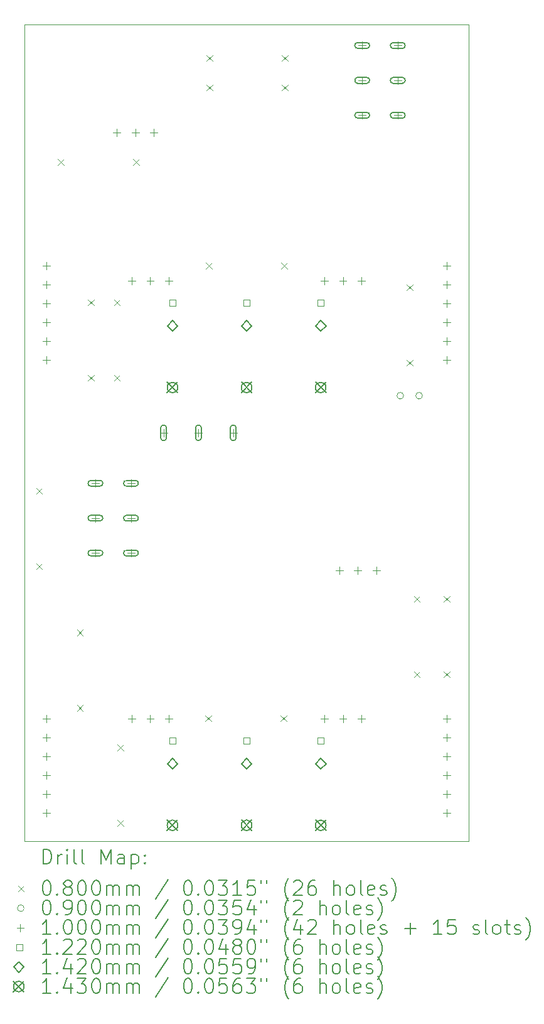
<source format=gbr>
%FSLAX45Y45*%
G04 Gerber Fmt 4.5, Leading zero omitted, Abs format (unit mm)*
G04 Created by KiCad (PCBNEW (6.0.0)) date 2022-02-07 20:54:33*
%MOMM*%
%LPD*%
G01*
G04 APERTURE LIST*
%TA.AperFunction,Profile*%
%ADD10C,0.050000*%
%TD*%
%ADD11C,0.200000*%
%ADD12C,0.080000*%
%ADD13C,0.090000*%
%ADD14C,0.100000*%
%ADD15C,0.122000*%
%ADD16C,0.142000*%
%ADD17C,0.143000*%
G04 APERTURE END LIST*
D10*
X9500000Y-3650000D02*
X15500000Y-3650000D01*
X15500000Y-3650000D02*
X15500000Y-14650000D01*
X9500000Y-3650000D02*
X9500000Y-14650000D01*
X9500000Y-14650000D02*
X15500000Y-14650000D01*
D11*
D12*
X9660000Y-9894000D02*
X9740000Y-9974000D01*
X9740000Y-9894000D02*
X9660000Y-9974000D01*
X9660000Y-10910000D02*
X9740000Y-10990000D01*
X9740000Y-10910000D02*
X9660000Y-10990000D01*
X9952000Y-5460000D02*
X10032000Y-5540000D01*
X10032000Y-5460000D02*
X9952000Y-5540000D01*
X10210000Y-11802000D02*
X10290000Y-11882000D01*
X10290000Y-11802000D02*
X10210000Y-11882000D01*
X10210000Y-12818000D02*
X10290000Y-12898000D01*
X10290000Y-12818000D02*
X10210000Y-12898000D01*
X10360000Y-7352000D02*
X10440000Y-7432000D01*
X10440000Y-7352000D02*
X10360000Y-7432000D01*
X10360000Y-8368000D02*
X10440000Y-8448000D01*
X10440000Y-8368000D02*
X10360000Y-8448000D01*
X10710000Y-7352000D02*
X10790000Y-7432000D01*
X10790000Y-7352000D02*
X10710000Y-7432000D01*
X10710000Y-8368000D02*
X10790000Y-8448000D01*
X10790000Y-8368000D02*
X10710000Y-8448000D01*
X10760000Y-13352000D02*
X10840000Y-13432000D01*
X10840000Y-13352000D02*
X10760000Y-13432000D01*
X10760000Y-14368000D02*
X10840000Y-14448000D01*
X10840000Y-14368000D02*
X10760000Y-14448000D01*
X10968000Y-5460000D02*
X11048000Y-5540000D01*
X11048000Y-5460000D02*
X10968000Y-5540000D01*
X11944000Y-12960000D02*
X12024000Y-13040000D01*
X12024000Y-12960000D02*
X11944000Y-13040000D01*
X11952000Y-6860000D02*
X12032000Y-6940000D01*
X12032000Y-6860000D02*
X11952000Y-6940000D01*
X11960000Y-4060000D02*
X12040000Y-4140000D01*
X12040000Y-4060000D02*
X11960000Y-4140000D01*
X11960000Y-4460000D02*
X12040000Y-4540000D01*
X12040000Y-4460000D02*
X11960000Y-4540000D01*
X12960000Y-12960000D02*
X13040000Y-13040000D01*
X13040000Y-12960000D02*
X12960000Y-13040000D01*
X12968000Y-6860000D02*
X13048000Y-6940000D01*
X13048000Y-6860000D02*
X12968000Y-6940000D01*
X12976000Y-4060000D02*
X13056000Y-4140000D01*
X13056000Y-4060000D02*
X12976000Y-4140000D01*
X12976000Y-4460000D02*
X13056000Y-4540000D01*
X13056000Y-4460000D02*
X12976000Y-4540000D01*
X14660000Y-7152000D02*
X14740000Y-7232000D01*
X14740000Y-7152000D02*
X14660000Y-7232000D01*
X14660000Y-8168000D02*
X14740000Y-8248000D01*
X14740000Y-8168000D02*
X14660000Y-8248000D01*
X14760000Y-11352000D02*
X14840000Y-11432000D01*
X14840000Y-11352000D02*
X14760000Y-11432000D01*
X14760000Y-12368000D02*
X14840000Y-12448000D01*
X14840000Y-12368000D02*
X14760000Y-12448000D01*
X15160000Y-11352000D02*
X15240000Y-11432000D01*
X15240000Y-11352000D02*
X15160000Y-11432000D01*
X15160000Y-12368000D02*
X15240000Y-12448000D01*
X15240000Y-12368000D02*
X15160000Y-12448000D01*
D13*
X14618500Y-8650000D02*
G75*
G03*
X14618500Y-8650000I-45000J0D01*
G01*
X14872500Y-8650000D02*
G75*
G03*
X14872500Y-8650000I-45000J0D01*
G01*
D14*
X9800000Y-6850000D02*
X9800000Y-6950000D01*
X9750000Y-6900000D02*
X9850000Y-6900000D01*
X9800000Y-7104000D02*
X9800000Y-7204000D01*
X9750000Y-7154000D02*
X9850000Y-7154000D01*
X9800000Y-7358000D02*
X9800000Y-7458000D01*
X9750000Y-7408000D02*
X9850000Y-7408000D01*
X9800000Y-7612000D02*
X9800000Y-7712000D01*
X9750000Y-7662000D02*
X9850000Y-7662000D01*
X9800000Y-7866000D02*
X9800000Y-7966000D01*
X9750000Y-7916000D02*
X9850000Y-7916000D01*
X9800000Y-8120000D02*
X9800000Y-8220000D01*
X9750000Y-8170000D02*
X9850000Y-8170000D01*
X9800000Y-12950000D02*
X9800000Y-13050000D01*
X9750000Y-13000000D02*
X9850000Y-13000000D01*
X9800000Y-13204000D02*
X9800000Y-13304000D01*
X9750000Y-13254000D02*
X9850000Y-13254000D01*
X9800000Y-13458000D02*
X9800000Y-13558000D01*
X9750000Y-13508000D02*
X9850000Y-13508000D01*
X9800000Y-13712000D02*
X9800000Y-13812000D01*
X9750000Y-13762000D02*
X9850000Y-13762000D01*
X9800000Y-13966000D02*
X9800000Y-14066000D01*
X9750000Y-14016000D02*
X9850000Y-14016000D01*
X9800000Y-14220000D02*
X9800000Y-14320000D01*
X9750000Y-14270000D02*
X9850000Y-14270000D01*
X10460000Y-9780000D02*
X10460000Y-9880000D01*
X10410000Y-9830000D02*
X10510000Y-9830000D01*
D11*
X10520000Y-9790000D02*
X10400000Y-9790000D01*
X10520000Y-9870000D02*
X10400000Y-9870000D01*
X10400000Y-9790000D02*
G75*
G03*
X10400000Y-9870000I0J-40000D01*
G01*
X10520000Y-9870000D02*
G75*
G03*
X10520000Y-9790000I0J40000D01*
G01*
D14*
X10460000Y-10250000D02*
X10460000Y-10350000D01*
X10410000Y-10300000D02*
X10510000Y-10300000D01*
D11*
X10520000Y-10260000D02*
X10400000Y-10260000D01*
X10520000Y-10340000D02*
X10400000Y-10340000D01*
X10400000Y-10260000D02*
G75*
G03*
X10400000Y-10340000I0J-40000D01*
G01*
X10520000Y-10340000D02*
G75*
G03*
X10520000Y-10260000I0J40000D01*
G01*
D14*
X10460000Y-10720000D02*
X10460000Y-10820000D01*
X10410000Y-10770000D02*
X10510000Y-10770000D01*
D11*
X10520000Y-10730000D02*
X10400000Y-10730000D01*
X10520000Y-10810000D02*
X10400000Y-10810000D01*
X10400000Y-10730000D02*
G75*
G03*
X10400000Y-10810000I0J-40000D01*
G01*
X10520000Y-10810000D02*
G75*
G03*
X10520000Y-10730000I0J40000D01*
G01*
D14*
X10750000Y-5055000D02*
X10750000Y-5155000D01*
X10700000Y-5105000D02*
X10800000Y-5105000D01*
X10940000Y-9780000D02*
X10940000Y-9880000D01*
X10890000Y-9830000D02*
X10990000Y-9830000D01*
D11*
X11000000Y-9790000D02*
X10880000Y-9790000D01*
X11000000Y-9870000D02*
X10880000Y-9870000D01*
X10880000Y-9790000D02*
G75*
G03*
X10880000Y-9870000I0J-40000D01*
G01*
X11000000Y-9870000D02*
G75*
G03*
X11000000Y-9790000I0J40000D01*
G01*
D14*
X10940000Y-10250000D02*
X10940000Y-10350000D01*
X10890000Y-10300000D02*
X10990000Y-10300000D01*
D11*
X11000000Y-10260000D02*
X10880000Y-10260000D01*
X11000000Y-10340000D02*
X10880000Y-10340000D01*
X10880000Y-10260000D02*
G75*
G03*
X10880000Y-10340000I0J-40000D01*
G01*
X11000000Y-10340000D02*
G75*
G03*
X11000000Y-10260000I0J40000D01*
G01*
D14*
X10940000Y-10720000D02*
X10940000Y-10820000D01*
X10890000Y-10770000D02*
X10990000Y-10770000D01*
D11*
X11000000Y-10730000D02*
X10880000Y-10730000D01*
X11000000Y-10810000D02*
X10880000Y-10810000D01*
X10880000Y-10730000D02*
G75*
G03*
X10880000Y-10810000I0J-40000D01*
G01*
X11000000Y-10810000D02*
G75*
G03*
X11000000Y-10730000I0J40000D01*
G01*
D14*
X10950000Y-7055000D02*
X10950000Y-7155000D01*
X10900000Y-7105000D02*
X11000000Y-7105000D01*
X10950000Y-12955000D02*
X10950000Y-13055000D01*
X10900000Y-13005000D02*
X11000000Y-13005000D01*
X11000000Y-5055000D02*
X11000000Y-5155000D01*
X10950000Y-5105000D02*
X11050000Y-5105000D01*
X11200000Y-7055000D02*
X11200000Y-7155000D01*
X11150000Y-7105000D02*
X11250000Y-7105000D01*
X11200000Y-12955000D02*
X11200000Y-13055000D01*
X11150000Y-13005000D02*
X11250000Y-13005000D01*
X11250000Y-5055000D02*
X11250000Y-5155000D01*
X11200000Y-5105000D02*
X11300000Y-5105000D01*
X11380000Y-9100000D02*
X11380000Y-9200000D01*
X11330000Y-9150000D02*
X11430000Y-9150000D01*
D11*
X11340000Y-9085000D02*
X11340000Y-9215000D01*
X11420000Y-9085000D02*
X11420000Y-9215000D01*
X11340000Y-9215000D02*
G75*
G03*
X11420000Y-9215000I40000J0D01*
G01*
X11420000Y-9085000D02*
G75*
G03*
X11340000Y-9085000I-40000J0D01*
G01*
D14*
X11450000Y-7055000D02*
X11450000Y-7155000D01*
X11400000Y-7105000D02*
X11500000Y-7105000D01*
X11450000Y-12955000D02*
X11450000Y-13055000D01*
X11400000Y-13005000D02*
X11500000Y-13005000D01*
X11850000Y-9100000D02*
X11850000Y-9200000D01*
X11800000Y-9150000D02*
X11900000Y-9150000D01*
D11*
X11810000Y-9085000D02*
X11810000Y-9215000D01*
X11890000Y-9085000D02*
X11890000Y-9215000D01*
X11810000Y-9215000D02*
G75*
G03*
X11890000Y-9215000I40000J0D01*
G01*
X11890000Y-9085000D02*
G75*
G03*
X11810000Y-9085000I-40000J0D01*
G01*
D14*
X12320000Y-9100000D02*
X12320000Y-9200000D01*
X12270000Y-9150000D02*
X12370000Y-9150000D01*
D11*
X12280000Y-9085000D02*
X12280000Y-9215000D01*
X12360000Y-9085000D02*
X12360000Y-9215000D01*
X12280000Y-9215000D02*
G75*
G03*
X12360000Y-9215000I40000J0D01*
G01*
X12360000Y-9085000D02*
G75*
G03*
X12280000Y-9085000I-40000J0D01*
G01*
D14*
X13550000Y-7055000D02*
X13550000Y-7155000D01*
X13500000Y-7105000D02*
X13600000Y-7105000D01*
X13550000Y-12955000D02*
X13550000Y-13055000D01*
X13500000Y-13005000D02*
X13600000Y-13005000D01*
X13750000Y-10955000D02*
X13750000Y-11055000D01*
X13700000Y-11005000D02*
X13800000Y-11005000D01*
X13800000Y-7055000D02*
X13800000Y-7155000D01*
X13750000Y-7105000D02*
X13850000Y-7105000D01*
X13800000Y-12955000D02*
X13800000Y-13055000D01*
X13750000Y-13005000D02*
X13850000Y-13005000D01*
X14000000Y-10955000D02*
X14000000Y-11055000D01*
X13950000Y-11005000D02*
X14050000Y-11005000D01*
X14050000Y-7055000D02*
X14050000Y-7155000D01*
X14000000Y-7105000D02*
X14100000Y-7105000D01*
X14050000Y-12955000D02*
X14050000Y-13055000D01*
X14000000Y-13005000D02*
X14100000Y-13005000D01*
X14060000Y-3880000D02*
X14060000Y-3980000D01*
X14010000Y-3930000D02*
X14110000Y-3930000D01*
D11*
X14120000Y-3890000D02*
X14000000Y-3890000D01*
X14120000Y-3970000D02*
X14000000Y-3970000D01*
X14000000Y-3890000D02*
G75*
G03*
X14000000Y-3970000I0J-40000D01*
G01*
X14120000Y-3970000D02*
G75*
G03*
X14120000Y-3890000I0J40000D01*
G01*
D14*
X14060000Y-4350000D02*
X14060000Y-4450000D01*
X14010000Y-4400000D02*
X14110000Y-4400000D01*
D11*
X14120000Y-4360000D02*
X14000000Y-4360000D01*
X14120000Y-4440000D02*
X14000000Y-4440000D01*
X14000000Y-4360000D02*
G75*
G03*
X14000000Y-4440000I0J-40000D01*
G01*
X14120000Y-4440000D02*
G75*
G03*
X14120000Y-4360000I0J40000D01*
G01*
D14*
X14060000Y-4820000D02*
X14060000Y-4920000D01*
X14010000Y-4870000D02*
X14110000Y-4870000D01*
D11*
X14120000Y-4830000D02*
X14000000Y-4830000D01*
X14120000Y-4910000D02*
X14000000Y-4910000D01*
X14000000Y-4830000D02*
G75*
G03*
X14000000Y-4910000I0J-40000D01*
G01*
X14120000Y-4910000D02*
G75*
G03*
X14120000Y-4830000I0J40000D01*
G01*
D14*
X14250000Y-10955000D02*
X14250000Y-11055000D01*
X14200000Y-11005000D02*
X14300000Y-11005000D01*
X14540000Y-3880000D02*
X14540000Y-3980000D01*
X14490000Y-3930000D02*
X14590000Y-3930000D01*
D11*
X14600000Y-3890000D02*
X14480000Y-3890000D01*
X14600000Y-3970000D02*
X14480000Y-3970000D01*
X14480000Y-3890000D02*
G75*
G03*
X14480000Y-3970000I0J-40000D01*
G01*
X14600000Y-3970000D02*
G75*
G03*
X14600000Y-3890000I0J40000D01*
G01*
D14*
X14540000Y-4350000D02*
X14540000Y-4450000D01*
X14490000Y-4400000D02*
X14590000Y-4400000D01*
D11*
X14600000Y-4360000D02*
X14480000Y-4360000D01*
X14600000Y-4440000D02*
X14480000Y-4440000D01*
X14480000Y-4360000D02*
G75*
G03*
X14480000Y-4440000I0J-40000D01*
G01*
X14600000Y-4440000D02*
G75*
G03*
X14600000Y-4360000I0J40000D01*
G01*
D14*
X14540000Y-4820000D02*
X14540000Y-4920000D01*
X14490000Y-4870000D02*
X14590000Y-4870000D01*
D11*
X14600000Y-4830000D02*
X14480000Y-4830000D01*
X14600000Y-4910000D02*
X14480000Y-4910000D01*
X14480000Y-4830000D02*
G75*
G03*
X14480000Y-4910000I0J-40000D01*
G01*
X14600000Y-4910000D02*
G75*
G03*
X14600000Y-4830000I0J40000D01*
G01*
D14*
X15200000Y-6850000D02*
X15200000Y-6950000D01*
X15150000Y-6900000D02*
X15250000Y-6900000D01*
X15200000Y-7104000D02*
X15200000Y-7204000D01*
X15150000Y-7154000D02*
X15250000Y-7154000D01*
X15200000Y-7358000D02*
X15200000Y-7458000D01*
X15150000Y-7408000D02*
X15250000Y-7408000D01*
X15200000Y-7612000D02*
X15200000Y-7712000D01*
X15150000Y-7662000D02*
X15250000Y-7662000D01*
X15200000Y-7866000D02*
X15200000Y-7966000D01*
X15150000Y-7916000D02*
X15250000Y-7916000D01*
X15200000Y-8120000D02*
X15200000Y-8220000D01*
X15150000Y-8170000D02*
X15250000Y-8170000D01*
X15200000Y-12950000D02*
X15200000Y-13050000D01*
X15150000Y-13000000D02*
X15250000Y-13000000D01*
X15200000Y-13204000D02*
X15200000Y-13304000D01*
X15150000Y-13254000D02*
X15250000Y-13254000D01*
X15200000Y-13458000D02*
X15200000Y-13558000D01*
X15150000Y-13508000D02*
X15250000Y-13508000D01*
X15200000Y-13712000D02*
X15200000Y-13812000D01*
X15150000Y-13762000D02*
X15250000Y-13762000D01*
X15200000Y-13966000D02*
X15200000Y-14066000D01*
X15150000Y-14016000D02*
X15250000Y-14016000D01*
X15200000Y-14220000D02*
X15200000Y-14320000D01*
X15150000Y-14270000D02*
X15250000Y-14270000D01*
D15*
X11543134Y-7443134D02*
X11543134Y-7356866D01*
X11456866Y-7356866D01*
X11456866Y-7443134D01*
X11543134Y-7443134D01*
X11543134Y-13343134D02*
X11543134Y-13256866D01*
X11456866Y-13256866D01*
X11456866Y-13343134D01*
X11543134Y-13343134D01*
X12543134Y-7443134D02*
X12543134Y-7356866D01*
X12456866Y-7356866D01*
X12456866Y-7443134D01*
X12543134Y-7443134D01*
X12543134Y-13343134D02*
X12543134Y-13256866D01*
X12456866Y-13256866D01*
X12456866Y-13343134D01*
X12543134Y-13343134D01*
X13543134Y-7443134D02*
X13543134Y-7356866D01*
X13456866Y-7356866D01*
X13456866Y-7443134D01*
X13543134Y-7443134D01*
X13543134Y-13343134D02*
X13543134Y-13256866D01*
X13456866Y-13256866D01*
X13456866Y-13343134D01*
X13543134Y-13343134D01*
D16*
X11500000Y-7781000D02*
X11571000Y-7710000D01*
X11500000Y-7639000D01*
X11429000Y-7710000D01*
X11500000Y-7781000D01*
X11500000Y-13681000D02*
X11571000Y-13610000D01*
X11500000Y-13539000D01*
X11429000Y-13610000D01*
X11500000Y-13681000D01*
X12500000Y-7781000D02*
X12571000Y-7710000D01*
X12500000Y-7639000D01*
X12429000Y-7710000D01*
X12500000Y-7781000D01*
X12500000Y-13681000D02*
X12571000Y-13610000D01*
X12500000Y-13539000D01*
X12429000Y-13610000D01*
X12500000Y-13681000D01*
X13500000Y-7781000D02*
X13571000Y-7710000D01*
X13500000Y-7639000D01*
X13429000Y-7710000D01*
X13500000Y-7781000D01*
X13500000Y-13681000D02*
X13571000Y-13610000D01*
X13500000Y-13539000D01*
X13429000Y-13610000D01*
X13500000Y-13681000D01*
D17*
X11428500Y-8468500D02*
X11571500Y-8611500D01*
X11571500Y-8468500D02*
X11428500Y-8611500D01*
X11571500Y-8540000D02*
G75*
G03*
X11571500Y-8540000I-71500J0D01*
G01*
X11428500Y-14368500D02*
X11571500Y-14511500D01*
X11571500Y-14368500D02*
X11428500Y-14511500D01*
X11571500Y-14440000D02*
G75*
G03*
X11571500Y-14440000I-71500J0D01*
G01*
X12428500Y-8468500D02*
X12571500Y-8611500D01*
X12571500Y-8468500D02*
X12428500Y-8611500D01*
X12571500Y-8540000D02*
G75*
G03*
X12571500Y-8540000I-71500J0D01*
G01*
X12428500Y-14368500D02*
X12571500Y-14511500D01*
X12571500Y-14368500D02*
X12428500Y-14511500D01*
X12571500Y-14440000D02*
G75*
G03*
X12571500Y-14440000I-71500J0D01*
G01*
X13428500Y-8468500D02*
X13571500Y-8611500D01*
X13571500Y-8468500D02*
X13428500Y-8611500D01*
X13571500Y-8540000D02*
G75*
G03*
X13571500Y-8540000I-71500J0D01*
G01*
X13428500Y-14368500D02*
X13571500Y-14511500D01*
X13571500Y-14368500D02*
X13428500Y-14511500D01*
X13571500Y-14440000D02*
G75*
G03*
X13571500Y-14440000I-71500J0D01*
G01*
D11*
X9755119Y-14962976D02*
X9755119Y-14762976D01*
X9802738Y-14762976D01*
X9831310Y-14772500D01*
X9850357Y-14791548D01*
X9859881Y-14810595D01*
X9869405Y-14848690D01*
X9869405Y-14877262D01*
X9859881Y-14915357D01*
X9850357Y-14934405D01*
X9831310Y-14953452D01*
X9802738Y-14962976D01*
X9755119Y-14962976D01*
X9955119Y-14962976D02*
X9955119Y-14829643D01*
X9955119Y-14867738D02*
X9964643Y-14848690D01*
X9974167Y-14839167D01*
X9993214Y-14829643D01*
X10012262Y-14829643D01*
X10078929Y-14962976D02*
X10078929Y-14829643D01*
X10078929Y-14762976D02*
X10069405Y-14772500D01*
X10078929Y-14782024D01*
X10088452Y-14772500D01*
X10078929Y-14762976D01*
X10078929Y-14782024D01*
X10202738Y-14962976D02*
X10183690Y-14953452D01*
X10174167Y-14934405D01*
X10174167Y-14762976D01*
X10307500Y-14962976D02*
X10288452Y-14953452D01*
X10278929Y-14934405D01*
X10278929Y-14762976D01*
X10536071Y-14962976D02*
X10536071Y-14762976D01*
X10602738Y-14905833D01*
X10669405Y-14762976D01*
X10669405Y-14962976D01*
X10850357Y-14962976D02*
X10850357Y-14858214D01*
X10840833Y-14839167D01*
X10821786Y-14829643D01*
X10783690Y-14829643D01*
X10764643Y-14839167D01*
X10850357Y-14953452D02*
X10831310Y-14962976D01*
X10783690Y-14962976D01*
X10764643Y-14953452D01*
X10755119Y-14934405D01*
X10755119Y-14915357D01*
X10764643Y-14896309D01*
X10783690Y-14886786D01*
X10831310Y-14886786D01*
X10850357Y-14877262D01*
X10945595Y-14829643D02*
X10945595Y-15029643D01*
X10945595Y-14839167D02*
X10964643Y-14829643D01*
X11002738Y-14829643D01*
X11021786Y-14839167D01*
X11031310Y-14848690D01*
X11040833Y-14867738D01*
X11040833Y-14924881D01*
X11031310Y-14943928D01*
X11021786Y-14953452D01*
X11002738Y-14962976D01*
X10964643Y-14962976D01*
X10945595Y-14953452D01*
X11126548Y-14943928D02*
X11136071Y-14953452D01*
X11126548Y-14962976D01*
X11117024Y-14953452D01*
X11126548Y-14943928D01*
X11126548Y-14962976D01*
X11126548Y-14839167D02*
X11136071Y-14848690D01*
X11126548Y-14858214D01*
X11117024Y-14848690D01*
X11126548Y-14839167D01*
X11126548Y-14858214D01*
D12*
X9417500Y-15252500D02*
X9497500Y-15332500D01*
X9497500Y-15252500D02*
X9417500Y-15332500D01*
D11*
X9793214Y-15182976D02*
X9812262Y-15182976D01*
X9831310Y-15192500D01*
X9840833Y-15202024D01*
X9850357Y-15221071D01*
X9859881Y-15259167D01*
X9859881Y-15306786D01*
X9850357Y-15344881D01*
X9840833Y-15363928D01*
X9831310Y-15373452D01*
X9812262Y-15382976D01*
X9793214Y-15382976D01*
X9774167Y-15373452D01*
X9764643Y-15363928D01*
X9755119Y-15344881D01*
X9745595Y-15306786D01*
X9745595Y-15259167D01*
X9755119Y-15221071D01*
X9764643Y-15202024D01*
X9774167Y-15192500D01*
X9793214Y-15182976D01*
X9945595Y-15363928D02*
X9955119Y-15373452D01*
X9945595Y-15382976D01*
X9936071Y-15373452D01*
X9945595Y-15363928D01*
X9945595Y-15382976D01*
X10069405Y-15268690D02*
X10050357Y-15259167D01*
X10040833Y-15249643D01*
X10031310Y-15230595D01*
X10031310Y-15221071D01*
X10040833Y-15202024D01*
X10050357Y-15192500D01*
X10069405Y-15182976D01*
X10107500Y-15182976D01*
X10126548Y-15192500D01*
X10136071Y-15202024D01*
X10145595Y-15221071D01*
X10145595Y-15230595D01*
X10136071Y-15249643D01*
X10126548Y-15259167D01*
X10107500Y-15268690D01*
X10069405Y-15268690D01*
X10050357Y-15278214D01*
X10040833Y-15287738D01*
X10031310Y-15306786D01*
X10031310Y-15344881D01*
X10040833Y-15363928D01*
X10050357Y-15373452D01*
X10069405Y-15382976D01*
X10107500Y-15382976D01*
X10126548Y-15373452D01*
X10136071Y-15363928D01*
X10145595Y-15344881D01*
X10145595Y-15306786D01*
X10136071Y-15287738D01*
X10126548Y-15278214D01*
X10107500Y-15268690D01*
X10269405Y-15182976D02*
X10288452Y-15182976D01*
X10307500Y-15192500D01*
X10317024Y-15202024D01*
X10326548Y-15221071D01*
X10336071Y-15259167D01*
X10336071Y-15306786D01*
X10326548Y-15344881D01*
X10317024Y-15363928D01*
X10307500Y-15373452D01*
X10288452Y-15382976D01*
X10269405Y-15382976D01*
X10250357Y-15373452D01*
X10240833Y-15363928D01*
X10231310Y-15344881D01*
X10221786Y-15306786D01*
X10221786Y-15259167D01*
X10231310Y-15221071D01*
X10240833Y-15202024D01*
X10250357Y-15192500D01*
X10269405Y-15182976D01*
X10459881Y-15182976D02*
X10478929Y-15182976D01*
X10497976Y-15192500D01*
X10507500Y-15202024D01*
X10517024Y-15221071D01*
X10526548Y-15259167D01*
X10526548Y-15306786D01*
X10517024Y-15344881D01*
X10507500Y-15363928D01*
X10497976Y-15373452D01*
X10478929Y-15382976D01*
X10459881Y-15382976D01*
X10440833Y-15373452D01*
X10431310Y-15363928D01*
X10421786Y-15344881D01*
X10412262Y-15306786D01*
X10412262Y-15259167D01*
X10421786Y-15221071D01*
X10431310Y-15202024D01*
X10440833Y-15192500D01*
X10459881Y-15182976D01*
X10612262Y-15382976D02*
X10612262Y-15249643D01*
X10612262Y-15268690D02*
X10621786Y-15259167D01*
X10640833Y-15249643D01*
X10669405Y-15249643D01*
X10688452Y-15259167D01*
X10697976Y-15278214D01*
X10697976Y-15382976D01*
X10697976Y-15278214D02*
X10707500Y-15259167D01*
X10726548Y-15249643D01*
X10755119Y-15249643D01*
X10774167Y-15259167D01*
X10783690Y-15278214D01*
X10783690Y-15382976D01*
X10878929Y-15382976D02*
X10878929Y-15249643D01*
X10878929Y-15268690D02*
X10888452Y-15259167D01*
X10907500Y-15249643D01*
X10936071Y-15249643D01*
X10955119Y-15259167D01*
X10964643Y-15278214D01*
X10964643Y-15382976D01*
X10964643Y-15278214D02*
X10974167Y-15259167D01*
X10993214Y-15249643D01*
X11021786Y-15249643D01*
X11040833Y-15259167D01*
X11050357Y-15278214D01*
X11050357Y-15382976D01*
X11440833Y-15173452D02*
X11269405Y-15430595D01*
X11697976Y-15182976D02*
X11717024Y-15182976D01*
X11736071Y-15192500D01*
X11745595Y-15202024D01*
X11755119Y-15221071D01*
X11764643Y-15259167D01*
X11764643Y-15306786D01*
X11755119Y-15344881D01*
X11745595Y-15363928D01*
X11736071Y-15373452D01*
X11717024Y-15382976D01*
X11697976Y-15382976D01*
X11678928Y-15373452D01*
X11669405Y-15363928D01*
X11659881Y-15344881D01*
X11650357Y-15306786D01*
X11650357Y-15259167D01*
X11659881Y-15221071D01*
X11669405Y-15202024D01*
X11678928Y-15192500D01*
X11697976Y-15182976D01*
X11850357Y-15363928D02*
X11859881Y-15373452D01*
X11850357Y-15382976D01*
X11840833Y-15373452D01*
X11850357Y-15363928D01*
X11850357Y-15382976D01*
X11983690Y-15182976D02*
X12002738Y-15182976D01*
X12021786Y-15192500D01*
X12031309Y-15202024D01*
X12040833Y-15221071D01*
X12050357Y-15259167D01*
X12050357Y-15306786D01*
X12040833Y-15344881D01*
X12031309Y-15363928D01*
X12021786Y-15373452D01*
X12002738Y-15382976D01*
X11983690Y-15382976D01*
X11964643Y-15373452D01*
X11955119Y-15363928D01*
X11945595Y-15344881D01*
X11936071Y-15306786D01*
X11936071Y-15259167D01*
X11945595Y-15221071D01*
X11955119Y-15202024D01*
X11964643Y-15192500D01*
X11983690Y-15182976D01*
X12117024Y-15182976D02*
X12240833Y-15182976D01*
X12174167Y-15259167D01*
X12202738Y-15259167D01*
X12221786Y-15268690D01*
X12231309Y-15278214D01*
X12240833Y-15297262D01*
X12240833Y-15344881D01*
X12231309Y-15363928D01*
X12221786Y-15373452D01*
X12202738Y-15382976D01*
X12145595Y-15382976D01*
X12126548Y-15373452D01*
X12117024Y-15363928D01*
X12431309Y-15382976D02*
X12317024Y-15382976D01*
X12374167Y-15382976D02*
X12374167Y-15182976D01*
X12355119Y-15211548D01*
X12336071Y-15230595D01*
X12317024Y-15240119D01*
X12612262Y-15182976D02*
X12517024Y-15182976D01*
X12507500Y-15278214D01*
X12517024Y-15268690D01*
X12536071Y-15259167D01*
X12583690Y-15259167D01*
X12602738Y-15268690D01*
X12612262Y-15278214D01*
X12621786Y-15297262D01*
X12621786Y-15344881D01*
X12612262Y-15363928D01*
X12602738Y-15373452D01*
X12583690Y-15382976D01*
X12536071Y-15382976D01*
X12517024Y-15373452D01*
X12507500Y-15363928D01*
X12697976Y-15182976D02*
X12697976Y-15221071D01*
X12774167Y-15182976D02*
X12774167Y-15221071D01*
X13069405Y-15459167D02*
X13059881Y-15449643D01*
X13040833Y-15421071D01*
X13031309Y-15402024D01*
X13021786Y-15373452D01*
X13012262Y-15325833D01*
X13012262Y-15287738D01*
X13021786Y-15240119D01*
X13031309Y-15211548D01*
X13040833Y-15192500D01*
X13059881Y-15163928D01*
X13069405Y-15154405D01*
X13136071Y-15202024D02*
X13145595Y-15192500D01*
X13164643Y-15182976D01*
X13212262Y-15182976D01*
X13231309Y-15192500D01*
X13240833Y-15202024D01*
X13250357Y-15221071D01*
X13250357Y-15240119D01*
X13240833Y-15268690D01*
X13126548Y-15382976D01*
X13250357Y-15382976D01*
X13421786Y-15182976D02*
X13383690Y-15182976D01*
X13364643Y-15192500D01*
X13355119Y-15202024D01*
X13336071Y-15230595D01*
X13326548Y-15268690D01*
X13326548Y-15344881D01*
X13336071Y-15363928D01*
X13345595Y-15373452D01*
X13364643Y-15382976D01*
X13402738Y-15382976D01*
X13421786Y-15373452D01*
X13431309Y-15363928D01*
X13440833Y-15344881D01*
X13440833Y-15297262D01*
X13431309Y-15278214D01*
X13421786Y-15268690D01*
X13402738Y-15259167D01*
X13364643Y-15259167D01*
X13345595Y-15268690D01*
X13336071Y-15278214D01*
X13326548Y-15297262D01*
X13678928Y-15382976D02*
X13678928Y-15182976D01*
X13764643Y-15382976D02*
X13764643Y-15278214D01*
X13755119Y-15259167D01*
X13736071Y-15249643D01*
X13707500Y-15249643D01*
X13688452Y-15259167D01*
X13678928Y-15268690D01*
X13888452Y-15382976D02*
X13869405Y-15373452D01*
X13859881Y-15363928D01*
X13850357Y-15344881D01*
X13850357Y-15287738D01*
X13859881Y-15268690D01*
X13869405Y-15259167D01*
X13888452Y-15249643D01*
X13917024Y-15249643D01*
X13936071Y-15259167D01*
X13945595Y-15268690D01*
X13955119Y-15287738D01*
X13955119Y-15344881D01*
X13945595Y-15363928D01*
X13936071Y-15373452D01*
X13917024Y-15382976D01*
X13888452Y-15382976D01*
X14069405Y-15382976D02*
X14050357Y-15373452D01*
X14040833Y-15354405D01*
X14040833Y-15182976D01*
X14221786Y-15373452D02*
X14202738Y-15382976D01*
X14164643Y-15382976D01*
X14145595Y-15373452D01*
X14136071Y-15354405D01*
X14136071Y-15278214D01*
X14145595Y-15259167D01*
X14164643Y-15249643D01*
X14202738Y-15249643D01*
X14221786Y-15259167D01*
X14231309Y-15278214D01*
X14231309Y-15297262D01*
X14136071Y-15316309D01*
X14307500Y-15373452D02*
X14326548Y-15382976D01*
X14364643Y-15382976D01*
X14383690Y-15373452D01*
X14393214Y-15354405D01*
X14393214Y-15344881D01*
X14383690Y-15325833D01*
X14364643Y-15316309D01*
X14336071Y-15316309D01*
X14317024Y-15306786D01*
X14307500Y-15287738D01*
X14307500Y-15278214D01*
X14317024Y-15259167D01*
X14336071Y-15249643D01*
X14364643Y-15249643D01*
X14383690Y-15259167D01*
X14459881Y-15459167D02*
X14469405Y-15449643D01*
X14488452Y-15421071D01*
X14497976Y-15402024D01*
X14507500Y-15373452D01*
X14517024Y-15325833D01*
X14517024Y-15287738D01*
X14507500Y-15240119D01*
X14497976Y-15211548D01*
X14488452Y-15192500D01*
X14469405Y-15163928D01*
X14459881Y-15154405D01*
D13*
X9497500Y-15556500D02*
G75*
G03*
X9497500Y-15556500I-45000J0D01*
G01*
D11*
X9793214Y-15446976D02*
X9812262Y-15446976D01*
X9831310Y-15456500D01*
X9840833Y-15466024D01*
X9850357Y-15485071D01*
X9859881Y-15523167D01*
X9859881Y-15570786D01*
X9850357Y-15608881D01*
X9840833Y-15627928D01*
X9831310Y-15637452D01*
X9812262Y-15646976D01*
X9793214Y-15646976D01*
X9774167Y-15637452D01*
X9764643Y-15627928D01*
X9755119Y-15608881D01*
X9745595Y-15570786D01*
X9745595Y-15523167D01*
X9755119Y-15485071D01*
X9764643Y-15466024D01*
X9774167Y-15456500D01*
X9793214Y-15446976D01*
X9945595Y-15627928D02*
X9955119Y-15637452D01*
X9945595Y-15646976D01*
X9936071Y-15637452D01*
X9945595Y-15627928D01*
X9945595Y-15646976D01*
X10050357Y-15646976D02*
X10088452Y-15646976D01*
X10107500Y-15637452D01*
X10117024Y-15627928D01*
X10136071Y-15599357D01*
X10145595Y-15561262D01*
X10145595Y-15485071D01*
X10136071Y-15466024D01*
X10126548Y-15456500D01*
X10107500Y-15446976D01*
X10069405Y-15446976D01*
X10050357Y-15456500D01*
X10040833Y-15466024D01*
X10031310Y-15485071D01*
X10031310Y-15532690D01*
X10040833Y-15551738D01*
X10050357Y-15561262D01*
X10069405Y-15570786D01*
X10107500Y-15570786D01*
X10126548Y-15561262D01*
X10136071Y-15551738D01*
X10145595Y-15532690D01*
X10269405Y-15446976D02*
X10288452Y-15446976D01*
X10307500Y-15456500D01*
X10317024Y-15466024D01*
X10326548Y-15485071D01*
X10336071Y-15523167D01*
X10336071Y-15570786D01*
X10326548Y-15608881D01*
X10317024Y-15627928D01*
X10307500Y-15637452D01*
X10288452Y-15646976D01*
X10269405Y-15646976D01*
X10250357Y-15637452D01*
X10240833Y-15627928D01*
X10231310Y-15608881D01*
X10221786Y-15570786D01*
X10221786Y-15523167D01*
X10231310Y-15485071D01*
X10240833Y-15466024D01*
X10250357Y-15456500D01*
X10269405Y-15446976D01*
X10459881Y-15446976D02*
X10478929Y-15446976D01*
X10497976Y-15456500D01*
X10507500Y-15466024D01*
X10517024Y-15485071D01*
X10526548Y-15523167D01*
X10526548Y-15570786D01*
X10517024Y-15608881D01*
X10507500Y-15627928D01*
X10497976Y-15637452D01*
X10478929Y-15646976D01*
X10459881Y-15646976D01*
X10440833Y-15637452D01*
X10431310Y-15627928D01*
X10421786Y-15608881D01*
X10412262Y-15570786D01*
X10412262Y-15523167D01*
X10421786Y-15485071D01*
X10431310Y-15466024D01*
X10440833Y-15456500D01*
X10459881Y-15446976D01*
X10612262Y-15646976D02*
X10612262Y-15513643D01*
X10612262Y-15532690D02*
X10621786Y-15523167D01*
X10640833Y-15513643D01*
X10669405Y-15513643D01*
X10688452Y-15523167D01*
X10697976Y-15542214D01*
X10697976Y-15646976D01*
X10697976Y-15542214D02*
X10707500Y-15523167D01*
X10726548Y-15513643D01*
X10755119Y-15513643D01*
X10774167Y-15523167D01*
X10783690Y-15542214D01*
X10783690Y-15646976D01*
X10878929Y-15646976D02*
X10878929Y-15513643D01*
X10878929Y-15532690D02*
X10888452Y-15523167D01*
X10907500Y-15513643D01*
X10936071Y-15513643D01*
X10955119Y-15523167D01*
X10964643Y-15542214D01*
X10964643Y-15646976D01*
X10964643Y-15542214D02*
X10974167Y-15523167D01*
X10993214Y-15513643D01*
X11021786Y-15513643D01*
X11040833Y-15523167D01*
X11050357Y-15542214D01*
X11050357Y-15646976D01*
X11440833Y-15437452D02*
X11269405Y-15694595D01*
X11697976Y-15446976D02*
X11717024Y-15446976D01*
X11736071Y-15456500D01*
X11745595Y-15466024D01*
X11755119Y-15485071D01*
X11764643Y-15523167D01*
X11764643Y-15570786D01*
X11755119Y-15608881D01*
X11745595Y-15627928D01*
X11736071Y-15637452D01*
X11717024Y-15646976D01*
X11697976Y-15646976D01*
X11678928Y-15637452D01*
X11669405Y-15627928D01*
X11659881Y-15608881D01*
X11650357Y-15570786D01*
X11650357Y-15523167D01*
X11659881Y-15485071D01*
X11669405Y-15466024D01*
X11678928Y-15456500D01*
X11697976Y-15446976D01*
X11850357Y-15627928D02*
X11859881Y-15637452D01*
X11850357Y-15646976D01*
X11840833Y-15637452D01*
X11850357Y-15627928D01*
X11850357Y-15646976D01*
X11983690Y-15446976D02*
X12002738Y-15446976D01*
X12021786Y-15456500D01*
X12031309Y-15466024D01*
X12040833Y-15485071D01*
X12050357Y-15523167D01*
X12050357Y-15570786D01*
X12040833Y-15608881D01*
X12031309Y-15627928D01*
X12021786Y-15637452D01*
X12002738Y-15646976D01*
X11983690Y-15646976D01*
X11964643Y-15637452D01*
X11955119Y-15627928D01*
X11945595Y-15608881D01*
X11936071Y-15570786D01*
X11936071Y-15523167D01*
X11945595Y-15485071D01*
X11955119Y-15466024D01*
X11964643Y-15456500D01*
X11983690Y-15446976D01*
X12117024Y-15446976D02*
X12240833Y-15446976D01*
X12174167Y-15523167D01*
X12202738Y-15523167D01*
X12221786Y-15532690D01*
X12231309Y-15542214D01*
X12240833Y-15561262D01*
X12240833Y-15608881D01*
X12231309Y-15627928D01*
X12221786Y-15637452D01*
X12202738Y-15646976D01*
X12145595Y-15646976D01*
X12126548Y-15637452D01*
X12117024Y-15627928D01*
X12421786Y-15446976D02*
X12326548Y-15446976D01*
X12317024Y-15542214D01*
X12326548Y-15532690D01*
X12345595Y-15523167D01*
X12393214Y-15523167D01*
X12412262Y-15532690D01*
X12421786Y-15542214D01*
X12431309Y-15561262D01*
X12431309Y-15608881D01*
X12421786Y-15627928D01*
X12412262Y-15637452D01*
X12393214Y-15646976D01*
X12345595Y-15646976D01*
X12326548Y-15637452D01*
X12317024Y-15627928D01*
X12602738Y-15513643D02*
X12602738Y-15646976D01*
X12555119Y-15437452D02*
X12507500Y-15580309D01*
X12631309Y-15580309D01*
X12697976Y-15446976D02*
X12697976Y-15485071D01*
X12774167Y-15446976D02*
X12774167Y-15485071D01*
X13069405Y-15723167D02*
X13059881Y-15713643D01*
X13040833Y-15685071D01*
X13031309Y-15666024D01*
X13021786Y-15637452D01*
X13012262Y-15589833D01*
X13012262Y-15551738D01*
X13021786Y-15504119D01*
X13031309Y-15475548D01*
X13040833Y-15456500D01*
X13059881Y-15427928D01*
X13069405Y-15418405D01*
X13136071Y-15466024D02*
X13145595Y-15456500D01*
X13164643Y-15446976D01*
X13212262Y-15446976D01*
X13231309Y-15456500D01*
X13240833Y-15466024D01*
X13250357Y-15485071D01*
X13250357Y-15504119D01*
X13240833Y-15532690D01*
X13126548Y-15646976D01*
X13250357Y-15646976D01*
X13488452Y-15646976D02*
X13488452Y-15446976D01*
X13574167Y-15646976D02*
X13574167Y-15542214D01*
X13564643Y-15523167D01*
X13545595Y-15513643D01*
X13517024Y-15513643D01*
X13497976Y-15523167D01*
X13488452Y-15532690D01*
X13697976Y-15646976D02*
X13678928Y-15637452D01*
X13669405Y-15627928D01*
X13659881Y-15608881D01*
X13659881Y-15551738D01*
X13669405Y-15532690D01*
X13678928Y-15523167D01*
X13697976Y-15513643D01*
X13726548Y-15513643D01*
X13745595Y-15523167D01*
X13755119Y-15532690D01*
X13764643Y-15551738D01*
X13764643Y-15608881D01*
X13755119Y-15627928D01*
X13745595Y-15637452D01*
X13726548Y-15646976D01*
X13697976Y-15646976D01*
X13878928Y-15646976D02*
X13859881Y-15637452D01*
X13850357Y-15618405D01*
X13850357Y-15446976D01*
X14031309Y-15637452D02*
X14012262Y-15646976D01*
X13974167Y-15646976D01*
X13955119Y-15637452D01*
X13945595Y-15618405D01*
X13945595Y-15542214D01*
X13955119Y-15523167D01*
X13974167Y-15513643D01*
X14012262Y-15513643D01*
X14031309Y-15523167D01*
X14040833Y-15542214D01*
X14040833Y-15561262D01*
X13945595Y-15580309D01*
X14117024Y-15637452D02*
X14136071Y-15646976D01*
X14174167Y-15646976D01*
X14193214Y-15637452D01*
X14202738Y-15618405D01*
X14202738Y-15608881D01*
X14193214Y-15589833D01*
X14174167Y-15580309D01*
X14145595Y-15580309D01*
X14126548Y-15570786D01*
X14117024Y-15551738D01*
X14117024Y-15542214D01*
X14126548Y-15523167D01*
X14145595Y-15513643D01*
X14174167Y-15513643D01*
X14193214Y-15523167D01*
X14269405Y-15723167D02*
X14278928Y-15713643D01*
X14297976Y-15685071D01*
X14307500Y-15666024D01*
X14317024Y-15637452D01*
X14326548Y-15589833D01*
X14326548Y-15551738D01*
X14317024Y-15504119D01*
X14307500Y-15475548D01*
X14297976Y-15456500D01*
X14278928Y-15427928D01*
X14269405Y-15418405D01*
D14*
X9447500Y-15770500D02*
X9447500Y-15870500D01*
X9397500Y-15820500D02*
X9497500Y-15820500D01*
D11*
X9859881Y-15910976D02*
X9745595Y-15910976D01*
X9802738Y-15910976D02*
X9802738Y-15710976D01*
X9783690Y-15739548D01*
X9764643Y-15758595D01*
X9745595Y-15768119D01*
X9945595Y-15891928D02*
X9955119Y-15901452D01*
X9945595Y-15910976D01*
X9936071Y-15901452D01*
X9945595Y-15891928D01*
X9945595Y-15910976D01*
X10078929Y-15710976D02*
X10097976Y-15710976D01*
X10117024Y-15720500D01*
X10126548Y-15730024D01*
X10136071Y-15749071D01*
X10145595Y-15787167D01*
X10145595Y-15834786D01*
X10136071Y-15872881D01*
X10126548Y-15891928D01*
X10117024Y-15901452D01*
X10097976Y-15910976D01*
X10078929Y-15910976D01*
X10059881Y-15901452D01*
X10050357Y-15891928D01*
X10040833Y-15872881D01*
X10031310Y-15834786D01*
X10031310Y-15787167D01*
X10040833Y-15749071D01*
X10050357Y-15730024D01*
X10059881Y-15720500D01*
X10078929Y-15710976D01*
X10269405Y-15710976D02*
X10288452Y-15710976D01*
X10307500Y-15720500D01*
X10317024Y-15730024D01*
X10326548Y-15749071D01*
X10336071Y-15787167D01*
X10336071Y-15834786D01*
X10326548Y-15872881D01*
X10317024Y-15891928D01*
X10307500Y-15901452D01*
X10288452Y-15910976D01*
X10269405Y-15910976D01*
X10250357Y-15901452D01*
X10240833Y-15891928D01*
X10231310Y-15872881D01*
X10221786Y-15834786D01*
X10221786Y-15787167D01*
X10231310Y-15749071D01*
X10240833Y-15730024D01*
X10250357Y-15720500D01*
X10269405Y-15710976D01*
X10459881Y-15710976D02*
X10478929Y-15710976D01*
X10497976Y-15720500D01*
X10507500Y-15730024D01*
X10517024Y-15749071D01*
X10526548Y-15787167D01*
X10526548Y-15834786D01*
X10517024Y-15872881D01*
X10507500Y-15891928D01*
X10497976Y-15901452D01*
X10478929Y-15910976D01*
X10459881Y-15910976D01*
X10440833Y-15901452D01*
X10431310Y-15891928D01*
X10421786Y-15872881D01*
X10412262Y-15834786D01*
X10412262Y-15787167D01*
X10421786Y-15749071D01*
X10431310Y-15730024D01*
X10440833Y-15720500D01*
X10459881Y-15710976D01*
X10612262Y-15910976D02*
X10612262Y-15777643D01*
X10612262Y-15796690D02*
X10621786Y-15787167D01*
X10640833Y-15777643D01*
X10669405Y-15777643D01*
X10688452Y-15787167D01*
X10697976Y-15806214D01*
X10697976Y-15910976D01*
X10697976Y-15806214D02*
X10707500Y-15787167D01*
X10726548Y-15777643D01*
X10755119Y-15777643D01*
X10774167Y-15787167D01*
X10783690Y-15806214D01*
X10783690Y-15910976D01*
X10878929Y-15910976D02*
X10878929Y-15777643D01*
X10878929Y-15796690D02*
X10888452Y-15787167D01*
X10907500Y-15777643D01*
X10936071Y-15777643D01*
X10955119Y-15787167D01*
X10964643Y-15806214D01*
X10964643Y-15910976D01*
X10964643Y-15806214D02*
X10974167Y-15787167D01*
X10993214Y-15777643D01*
X11021786Y-15777643D01*
X11040833Y-15787167D01*
X11050357Y-15806214D01*
X11050357Y-15910976D01*
X11440833Y-15701452D02*
X11269405Y-15958595D01*
X11697976Y-15710976D02*
X11717024Y-15710976D01*
X11736071Y-15720500D01*
X11745595Y-15730024D01*
X11755119Y-15749071D01*
X11764643Y-15787167D01*
X11764643Y-15834786D01*
X11755119Y-15872881D01*
X11745595Y-15891928D01*
X11736071Y-15901452D01*
X11717024Y-15910976D01*
X11697976Y-15910976D01*
X11678928Y-15901452D01*
X11669405Y-15891928D01*
X11659881Y-15872881D01*
X11650357Y-15834786D01*
X11650357Y-15787167D01*
X11659881Y-15749071D01*
X11669405Y-15730024D01*
X11678928Y-15720500D01*
X11697976Y-15710976D01*
X11850357Y-15891928D02*
X11859881Y-15901452D01*
X11850357Y-15910976D01*
X11840833Y-15901452D01*
X11850357Y-15891928D01*
X11850357Y-15910976D01*
X11983690Y-15710976D02*
X12002738Y-15710976D01*
X12021786Y-15720500D01*
X12031309Y-15730024D01*
X12040833Y-15749071D01*
X12050357Y-15787167D01*
X12050357Y-15834786D01*
X12040833Y-15872881D01*
X12031309Y-15891928D01*
X12021786Y-15901452D01*
X12002738Y-15910976D01*
X11983690Y-15910976D01*
X11964643Y-15901452D01*
X11955119Y-15891928D01*
X11945595Y-15872881D01*
X11936071Y-15834786D01*
X11936071Y-15787167D01*
X11945595Y-15749071D01*
X11955119Y-15730024D01*
X11964643Y-15720500D01*
X11983690Y-15710976D01*
X12117024Y-15710976D02*
X12240833Y-15710976D01*
X12174167Y-15787167D01*
X12202738Y-15787167D01*
X12221786Y-15796690D01*
X12231309Y-15806214D01*
X12240833Y-15825262D01*
X12240833Y-15872881D01*
X12231309Y-15891928D01*
X12221786Y-15901452D01*
X12202738Y-15910976D01*
X12145595Y-15910976D01*
X12126548Y-15901452D01*
X12117024Y-15891928D01*
X12336071Y-15910976D02*
X12374167Y-15910976D01*
X12393214Y-15901452D01*
X12402738Y-15891928D01*
X12421786Y-15863357D01*
X12431309Y-15825262D01*
X12431309Y-15749071D01*
X12421786Y-15730024D01*
X12412262Y-15720500D01*
X12393214Y-15710976D01*
X12355119Y-15710976D01*
X12336071Y-15720500D01*
X12326548Y-15730024D01*
X12317024Y-15749071D01*
X12317024Y-15796690D01*
X12326548Y-15815738D01*
X12336071Y-15825262D01*
X12355119Y-15834786D01*
X12393214Y-15834786D01*
X12412262Y-15825262D01*
X12421786Y-15815738D01*
X12431309Y-15796690D01*
X12602738Y-15777643D02*
X12602738Y-15910976D01*
X12555119Y-15701452D02*
X12507500Y-15844309D01*
X12631309Y-15844309D01*
X12697976Y-15710976D02*
X12697976Y-15749071D01*
X12774167Y-15710976D02*
X12774167Y-15749071D01*
X13069405Y-15987167D02*
X13059881Y-15977643D01*
X13040833Y-15949071D01*
X13031309Y-15930024D01*
X13021786Y-15901452D01*
X13012262Y-15853833D01*
X13012262Y-15815738D01*
X13021786Y-15768119D01*
X13031309Y-15739548D01*
X13040833Y-15720500D01*
X13059881Y-15691928D01*
X13069405Y-15682405D01*
X13231309Y-15777643D02*
X13231309Y-15910976D01*
X13183690Y-15701452D02*
X13136071Y-15844309D01*
X13259881Y-15844309D01*
X13326548Y-15730024D02*
X13336071Y-15720500D01*
X13355119Y-15710976D01*
X13402738Y-15710976D01*
X13421786Y-15720500D01*
X13431309Y-15730024D01*
X13440833Y-15749071D01*
X13440833Y-15768119D01*
X13431309Y-15796690D01*
X13317024Y-15910976D01*
X13440833Y-15910976D01*
X13678928Y-15910976D02*
X13678928Y-15710976D01*
X13764643Y-15910976D02*
X13764643Y-15806214D01*
X13755119Y-15787167D01*
X13736071Y-15777643D01*
X13707500Y-15777643D01*
X13688452Y-15787167D01*
X13678928Y-15796690D01*
X13888452Y-15910976D02*
X13869405Y-15901452D01*
X13859881Y-15891928D01*
X13850357Y-15872881D01*
X13850357Y-15815738D01*
X13859881Y-15796690D01*
X13869405Y-15787167D01*
X13888452Y-15777643D01*
X13917024Y-15777643D01*
X13936071Y-15787167D01*
X13945595Y-15796690D01*
X13955119Y-15815738D01*
X13955119Y-15872881D01*
X13945595Y-15891928D01*
X13936071Y-15901452D01*
X13917024Y-15910976D01*
X13888452Y-15910976D01*
X14069405Y-15910976D02*
X14050357Y-15901452D01*
X14040833Y-15882405D01*
X14040833Y-15710976D01*
X14221786Y-15901452D02*
X14202738Y-15910976D01*
X14164643Y-15910976D01*
X14145595Y-15901452D01*
X14136071Y-15882405D01*
X14136071Y-15806214D01*
X14145595Y-15787167D01*
X14164643Y-15777643D01*
X14202738Y-15777643D01*
X14221786Y-15787167D01*
X14231309Y-15806214D01*
X14231309Y-15825262D01*
X14136071Y-15844309D01*
X14307500Y-15901452D02*
X14326548Y-15910976D01*
X14364643Y-15910976D01*
X14383690Y-15901452D01*
X14393214Y-15882405D01*
X14393214Y-15872881D01*
X14383690Y-15853833D01*
X14364643Y-15844309D01*
X14336071Y-15844309D01*
X14317024Y-15834786D01*
X14307500Y-15815738D01*
X14307500Y-15806214D01*
X14317024Y-15787167D01*
X14336071Y-15777643D01*
X14364643Y-15777643D01*
X14383690Y-15787167D01*
X14631309Y-15834786D02*
X14783690Y-15834786D01*
X14707500Y-15910976D02*
X14707500Y-15758595D01*
X15136071Y-15910976D02*
X15021786Y-15910976D01*
X15078928Y-15910976D02*
X15078928Y-15710976D01*
X15059881Y-15739548D01*
X15040833Y-15758595D01*
X15021786Y-15768119D01*
X15317024Y-15710976D02*
X15221786Y-15710976D01*
X15212262Y-15806214D01*
X15221786Y-15796690D01*
X15240833Y-15787167D01*
X15288452Y-15787167D01*
X15307500Y-15796690D01*
X15317024Y-15806214D01*
X15326548Y-15825262D01*
X15326548Y-15872881D01*
X15317024Y-15891928D01*
X15307500Y-15901452D01*
X15288452Y-15910976D01*
X15240833Y-15910976D01*
X15221786Y-15901452D01*
X15212262Y-15891928D01*
X15555119Y-15901452D02*
X15574167Y-15910976D01*
X15612262Y-15910976D01*
X15631309Y-15901452D01*
X15640833Y-15882405D01*
X15640833Y-15872881D01*
X15631309Y-15853833D01*
X15612262Y-15844309D01*
X15583690Y-15844309D01*
X15564643Y-15834786D01*
X15555119Y-15815738D01*
X15555119Y-15806214D01*
X15564643Y-15787167D01*
X15583690Y-15777643D01*
X15612262Y-15777643D01*
X15631309Y-15787167D01*
X15755119Y-15910976D02*
X15736071Y-15901452D01*
X15726548Y-15882405D01*
X15726548Y-15710976D01*
X15859881Y-15910976D02*
X15840833Y-15901452D01*
X15831309Y-15891928D01*
X15821786Y-15872881D01*
X15821786Y-15815738D01*
X15831309Y-15796690D01*
X15840833Y-15787167D01*
X15859881Y-15777643D01*
X15888452Y-15777643D01*
X15907500Y-15787167D01*
X15917024Y-15796690D01*
X15926548Y-15815738D01*
X15926548Y-15872881D01*
X15917024Y-15891928D01*
X15907500Y-15901452D01*
X15888452Y-15910976D01*
X15859881Y-15910976D01*
X15983690Y-15777643D02*
X16059881Y-15777643D01*
X16012262Y-15710976D02*
X16012262Y-15882405D01*
X16021786Y-15901452D01*
X16040833Y-15910976D01*
X16059881Y-15910976D01*
X16117024Y-15901452D02*
X16136071Y-15910976D01*
X16174167Y-15910976D01*
X16193214Y-15901452D01*
X16202738Y-15882405D01*
X16202738Y-15872881D01*
X16193214Y-15853833D01*
X16174167Y-15844309D01*
X16145595Y-15844309D01*
X16126548Y-15834786D01*
X16117024Y-15815738D01*
X16117024Y-15806214D01*
X16126548Y-15787167D01*
X16145595Y-15777643D01*
X16174167Y-15777643D01*
X16193214Y-15787167D01*
X16269405Y-15987167D02*
X16278928Y-15977643D01*
X16297976Y-15949071D01*
X16307500Y-15930024D01*
X16317024Y-15901452D01*
X16326548Y-15853833D01*
X16326548Y-15815738D01*
X16317024Y-15768119D01*
X16307500Y-15739548D01*
X16297976Y-15720500D01*
X16278928Y-15691928D01*
X16269405Y-15682405D01*
D15*
X9479634Y-16127634D02*
X9479634Y-16041366D01*
X9393366Y-16041366D01*
X9393366Y-16127634D01*
X9479634Y-16127634D01*
D11*
X9859881Y-16174976D02*
X9745595Y-16174976D01*
X9802738Y-16174976D02*
X9802738Y-15974976D01*
X9783690Y-16003548D01*
X9764643Y-16022595D01*
X9745595Y-16032119D01*
X9945595Y-16155928D02*
X9955119Y-16165452D01*
X9945595Y-16174976D01*
X9936071Y-16165452D01*
X9945595Y-16155928D01*
X9945595Y-16174976D01*
X10031310Y-15994024D02*
X10040833Y-15984500D01*
X10059881Y-15974976D01*
X10107500Y-15974976D01*
X10126548Y-15984500D01*
X10136071Y-15994024D01*
X10145595Y-16013071D01*
X10145595Y-16032119D01*
X10136071Y-16060690D01*
X10021786Y-16174976D01*
X10145595Y-16174976D01*
X10221786Y-15994024D02*
X10231310Y-15984500D01*
X10250357Y-15974976D01*
X10297976Y-15974976D01*
X10317024Y-15984500D01*
X10326548Y-15994024D01*
X10336071Y-16013071D01*
X10336071Y-16032119D01*
X10326548Y-16060690D01*
X10212262Y-16174976D01*
X10336071Y-16174976D01*
X10459881Y-15974976D02*
X10478929Y-15974976D01*
X10497976Y-15984500D01*
X10507500Y-15994024D01*
X10517024Y-16013071D01*
X10526548Y-16051167D01*
X10526548Y-16098786D01*
X10517024Y-16136881D01*
X10507500Y-16155928D01*
X10497976Y-16165452D01*
X10478929Y-16174976D01*
X10459881Y-16174976D01*
X10440833Y-16165452D01*
X10431310Y-16155928D01*
X10421786Y-16136881D01*
X10412262Y-16098786D01*
X10412262Y-16051167D01*
X10421786Y-16013071D01*
X10431310Y-15994024D01*
X10440833Y-15984500D01*
X10459881Y-15974976D01*
X10612262Y-16174976D02*
X10612262Y-16041643D01*
X10612262Y-16060690D02*
X10621786Y-16051167D01*
X10640833Y-16041643D01*
X10669405Y-16041643D01*
X10688452Y-16051167D01*
X10697976Y-16070214D01*
X10697976Y-16174976D01*
X10697976Y-16070214D02*
X10707500Y-16051167D01*
X10726548Y-16041643D01*
X10755119Y-16041643D01*
X10774167Y-16051167D01*
X10783690Y-16070214D01*
X10783690Y-16174976D01*
X10878929Y-16174976D02*
X10878929Y-16041643D01*
X10878929Y-16060690D02*
X10888452Y-16051167D01*
X10907500Y-16041643D01*
X10936071Y-16041643D01*
X10955119Y-16051167D01*
X10964643Y-16070214D01*
X10964643Y-16174976D01*
X10964643Y-16070214D02*
X10974167Y-16051167D01*
X10993214Y-16041643D01*
X11021786Y-16041643D01*
X11040833Y-16051167D01*
X11050357Y-16070214D01*
X11050357Y-16174976D01*
X11440833Y-15965452D02*
X11269405Y-16222595D01*
X11697976Y-15974976D02*
X11717024Y-15974976D01*
X11736071Y-15984500D01*
X11745595Y-15994024D01*
X11755119Y-16013071D01*
X11764643Y-16051167D01*
X11764643Y-16098786D01*
X11755119Y-16136881D01*
X11745595Y-16155928D01*
X11736071Y-16165452D01*
X11717024Y-16174976D01*
X11697976Y-16174976D01*
X11678928Y-16165452D01*
X11669405Y-16155928D01*
X11659881Y-16136881D01*
X11650357Y-16098786D01*
X11650357Y-16051167D01*
X11659881Y-16013071D01*
X11669405Y-15994024D01*
X11678928Y-15984500D01*
X11697976Y-15974976D01*
X11850357Y-16155928D02*
X11859881Y-16165452D01*
X11850357Y-16174976D01*
X11840833Y-16165452D01*
X11850357Y-16155928D01*
X11850357Y-16174976D01*
X11983690Y-15974976D02*
X12002738Y-15974976D01*
X12021786Y-15984500D01*
X12031309Y-15994024D01*
X12040833Y-16013071D01*
X12050357Y-16051167D01*
X12050357Y-16098786D01*
X12040833Y-16136881D01*
X12031309Y-16155928D01*
X12021786Y-16165452D01*
X12002738Y-16174976D01*
X11983690Y-16174976D01*
X11964643Y-16165452D01*
X11955119Y-16155928D01*
X11945595Y-16136881D01*
X11936071Y-16098786D01*
X11936071Y-16051167D01*
X11945595Y-16013071D01*
X11955119Y-15994024D01*
X11964643Y-15984500D01*
X11983690Y-15974976D01*
X12221786Y-16041643D02*
X12221786Y-16174976D01*
X12174167Y-15965452D02*
X12126548Y-16108309D01*
X12250357Y-16108309D01*
X12355119Y-16060690D02*
X12336071Y-16051167D01*
X12326548Y-16041643D01*
X12317024Y-16022595D01*
X12317024Y-16013071D01*
X12326548Y-15994024D01*
X12336071Y-15984500D01*
X12355119Y-15974976D01*
X12393214Y-15974976D01*
X12412262Y-15984500D01*
X12421786Y-15994024D01*
X12431309Y-16013071D01*
X12431309Y-16022595D01*
X12421786Y-16041643D01*
X12412262Y-16051167D01*
X12393214Y-16060690D01*
X12355119Y-16060690D01*
X12336071Y-16070214D01*
X12326548Y-16079738D01*
X12317024Y-16098786D01*
X12317024Y-16136881D01*
X12326548Y-16155928D01*
X12336071Y-16165452D01*
X12355119Y-16174976D01*
X12393214Y-16174976D01*
X12412262Y-16165452D01*
X12421786Y-16155928D01*
X12431309Y-16136881D01*
X12431309Y-16098786D01*
X12421786Y-16079738D01*
X12412262Y-16070214D01*
X12393214Y-16060690D01*
X12555119Y-15974976D02*
X12574167Y-15974976D01*
X12593214Y-15984500D01*
X12602738Y-15994024D01*
X12612262Y-16013071D01*
X12621786Y-16051167D01*
X12621786Y-16098786D01*
X12612262Y-16136881D01*
X12602738Y-16155928D01*
X12593214Y-16165452D01*
X12574167Y-16174976D01*
X12555119Y-16174976D01*
X12536071Y-16165452D01*
X12526548Y-16155928D01*
X12517024Y-16136881D01*
X12507500Y-16098786D01*
X12507500Y-16051167D01*
X12517024Y-16013071D01*
X12526548Y-15994024D01*
X12536071Y-15984500D01*
X12555119Y-15974976D01*
X12697976Y-15974976D02*
X12697976Y-16013071D01*
X12774167Y-15974976D02*
X12774167Y-16013071D01*
X13069405Y-16251167D02*
X13059881Y-16241643D01*
X13040833Y-16213071D01*
X13031309Y-16194024D01*
X13021786Y-16165452D01*
X13012262Y-16117833D01*
X13012262Y-16079738D01*
X13021786Y-16032119D01*
X13031309Y-16003548D01*
X13040833Y-15984500D01*
X13059881Y-15955928D01*
X13069405Y-15946405D01*
X13231309Y-15974976D02*
X13193214Y-15974976D01*
X13174167Y-15984500D01*
X13164643Y-15994024D01*
X13145595Y-16022595D01*
X13136071Y-16060690D01*
X13136071Y-16136881D01*
X13145595Y-16155928D01*
X13155119Y-16165452D01*
X13174167Y-16174976D01*
X13212262Y-16174976D01*
X13231309Y-16165452D01*
X13240833Y-16155928D01*
X13250357Y-16136881D01*
X13250357Y-16089262D01*
X13240833Y-16070214D01*
X13231309Y-16060690D01*
X13212262Y-16051167D01*
X13174167Y-16051167D01*
X13155119Y-16060690D01*
X13145595Y-16070214D01*
X13136071Y-16089262D01*
X13488452Y-16174976D02*
X13488452Y-15974976D01*
X13574167Y-16174976D02*
X13574167Y-16070214D01*
X13564643Y-16051167D01*
X13545595Y-16041643D01*
X13517024Y-16041643D01*
X13497976Y-16051167D01*
X13488452Y-16060690D01*
X13697976Y-16174976D02*
X13678928Y-16165452D01*
X13669405Y-16155928D01*
X13659881Y-16136881D01*
X13659881Y-16079738D01*
X13669405Y-16060690D01*
X13678928Y-16051167D01*
X13697976Y-16041643D01*
X13726548Y-16041643D01*
X13745595Y-16051167D01*
X13755119Y-16060690D01*
X13764643Y-16079738D01*
X13764643Y-16136881D01*
X13755119Y-16155928D01*
X13745595Y-16165452D01*
X13726548Y-16174976D01*
X13697976Y-16174976D01*
X13878928Y-16174976D02*
X13859881Y-16165452D01*
X13850357Y-16146405D01*
X13850357Y-15974976D01*
X14031309Y-16165452D02*
X14012262Y-16174976D01*
X13974167Y-16174976D01*
X13955119Y-16165452D01*
X13945595Y-16146405D01*
X13945595Y-16070214D01*
X13955119Y-16051167D01*
X13974167Y-16041643D01*
X14012262Y-16041643D01*
X14031309Y-16051167D01*
X14040833Y-16070214D01*
X14040833Y-16089262D01*
X13945595Y-16108309D01*
X14117024Y-16165452D02*
X14136071Y-16174976D01*
X14174167Y-16174976D01*
X14193214Y-16165452D01*
X14202738Y-16146405D01*
X14202738Y-16136881D01*
X14193214Y-16117833D01*
X14174167Y-16108309D01*
X14145595Y-16108309D01*
X14126548Y-16098786D01*
X14117024Y-16079738D01*
X14117024Y-16070214D01*
X14126548Y-16051167D01*
X14145595Y-16041643D01*
X14174167Y-16041643D01*
X14193214Y-16051167D01*
X14269405Y-16251167D02*
X14278928Y-16241643D01*
X14297976Y-16213071D01*
X14307500Y-16194024D01*
X14317024Y-16165452D01*
X14326548Y-16117833D01*
X14326548Y-16079738D01*
X14317024Y-16032119D01*
X14307500Y-16003548D01*
X14297976Y-15984500D01*
X14278928Y-15955928D01*
X14269405Y-15946405D01*
D16*
X9426500Y-16419500D02*
X9497500Y-16348500D01*
X9426500Y-16277500D01*
X9355500Y-16348500D01*
X9426500Y-16419500D01*
D11*
X9859881Y-16438976D02*
X9745595Y-16438976D01*
X9802738Y-16438976D02*
X9802738Y-16238976D01*
X9783690Y-16267548D01*
X9764643Y-16286595D01*
X9745595Y-16296119D01*
X9945595Y-16419928D02*
X9955119Y-16429452D01*
X9945595Y-16438976D01*
X9936071Y-16429452D01*
X9945595Y-16419928D01*
X9945595Y-16438976D01*
X10126548Y-16305643D02*
X10126548Y-16438976D01*
X10078929Y-16229452D02*
X10031310Y-16372309D01*
X10155119Y-16372309D01*
X10221786Y-16258024D02*
X10231310Y-16248500D01*
X10250357Y-16238976D01*
X10297976Y-16238976D01*
X10317024Y-16248500D01*
X10326548Y-16258024D01*
X10336071Y-16277071D01*
X10336071Y-16296119D01*
X10326548Y-16324690D01*
X10212262Y-16438976D01*
X10336071Y-16438976D01*
X10459881Y-16238976D02*
X10478929Y-16238976D01*
X10497976Y-16248500D01*
X10507500Y-16258024D01*
X10517024Y-16277071D01*
X10526548Y-16315167D01*
X10526548Y-16362786D01*
X10517024Y-16400881D01*
X10507500Y-16419928D01*
X10497976Y-16429452D01*
X10478929Y-16438976D01*
X10459881Y-16438976D01*
X10440833Y-16429452D01*
X10431310Y-16419928D01*
X10421786Y-16400881D01*
X10412262Y-16362786D01*
X10412262Y-16315167D01*
X10421786Y-16277071D01*
X10431310Y-16258024D01*
X10440833Y-16248500D01*
X10459881Y-16238976D01*
X10612262Y-16438976D02*
X10612262Y-16305643D01*
X10612262Y-16324690D02*
X10621786Y-16315167D01*
X10640833Y-16305643D01*
X10669405Y-16305643D01*
X10688452Y-16315167D01*
X10697976Y-16334214D01*
X10697976Y-16438976D01*
X10697976Y-16334214D02*
X10707500Y-16315167D01*
X10726548Y-16305643D01*
X10755119Y-16305643D01*
X10774167Y-16315167D01*
X10783690Y-16334214D01*
X10783690Y-16438976D01*
X10878929Y-16438976D02*
X10878929Y-16305643D01*
X10878929Y-16324690D02*
X10888452Y-16315167D01*
X10907500Y-16305643D01*
X10936071Y-16305643D01*
X10955119Y-16315167D01*
X10964643Y-16334214D01*
X10964643Y-16438976D01*
X10964643Y-16334214D02*
X10974167Y-16315167D01*
X10993214Y-16305643D01*
X11021786Y-16305643D01*
X11040833Y-16315167D01*
X11050357Y-16334214D01*
X11050357Y-16438976D01*
X11440833Y-16229452D02*
X11269405Y-16486595D01*
X11697976Y-16238976D02*
X11717024Y-16238976D01*
X11736071Y-16248500D01*
X11745595Y-16258024D01*
X11755119Y-16277071D01*
X11764643Y-16315167D01*
X11764643Y-16362786D01*
X11755119Y-16400881D01*
X11745595Y-16419928D01*
X11736071Y-16429452D01*
X11717024Y-16438976D01*
X11697976Y-16438976D01*
X11678928Y-16429452D01*
X11669405Y-16419928D01*
X11659881Y-16400881D01*
X11650357Y-16362786D01*
X11650357Y-16315167D01*
X11659881Y-16277071D01*
X11669405Y-16258024D01*
X11678928Y-16248500D01*
X11697976Y-16238976D01*
X11850357Y-16419928D02*
X11859881Y-16429452D01*
X11850357Y-16438976D01*
X11840833Y-16429452D01*
X11850357Y-16419928D01*
X11850357Y-16438976D01*
X11983690Y-16238976D02*
X12002738Y-16238976D01*
X12021786Y-16248500D01*
X12031309Y-16258024D01*
X12040833Y-16277071D01*
X12050357Y-16315167D01*
X12050357Y-16362786D01*
X12040833Y-16400881D01*
X12031309Y-16419928D01*
X12021786Y-16429452D01*
X12002738Y-16438976D01*
X11983690Y-16438976D01*
X11964643Y-16429452D01*
X11955119Y-16419928D01*
X11945595Y-16400881D01*
X11936071Y-16362786D01*
X11936071Y-16315167D01*
X11945595Y-16277071D01*
X11955119Y-16258024D01*
X11964643Y-16248500D01*
X11983690Y-16238976D01*
X12231309Y-16238976D02*
X12136071Y-16238976D01*
X12126548Y-16334214D01*
X12136071Y-16324690D01*
X12155119Y-16315167D01*
X12202738Y-16315167D01*
X12221786Y-16324690D01*
X12231309Y-16334214D01*
X12240833Y-16353262D01*
X12240833Y-16400881D01*
X12231309Y-16419928D01*
X12221786Y-16429452D01*
X12202738Y-16438976D01*
X12155119Y-16438976D01*
X12136071Y-16429452D01*
X12126548Y-16419928D01*
X12421786Y-16238976D02*
X12326548Y-16238976D01*
X12317024Y-16334214D01*
X12326548Y-16324690D01*
X12345595Y-16315167D01*
X12393214Y-16315167D01*
X12412262Y-16324690D01*
X12421786Y-16334214D01*
X12431309Y-16353262D01*
X12431309Y-16400881D01*
X12421786Y-16419928D01*
X12412262Y-16429452D01*
X12393214Y-16438976D01*
X12345595Y-16438976D01*
X12326548Y-16429452D01*
X12317024Y-16419928D01*
X12526548Y-16438976D02*
X12564643Y-16438976D01*
X12583690Y-16429452D01*
X12593214Y-16419928D01*
X12612262Y-16391357D01*
X12621786Y-16353262D01*
X12621786Y-16277071D01*
X12612262Y-16258024D01*
X12602738Y-16248500D01*
X12583690Y-16238976D01*
X12545595Y-16238976D01*
X12526548Y-16248500D01*
X12517024Y-16258024D01*
X12507500Y-16277071D01*
X12507500Y-16324690D01*
X12517024Y-16343738D01*
X12526548Y-16353262D01*
X12545595Y-16362786D01*
X12583690Y-16362786D01*
X12602738Y-16353262D01*
X12612262Y-16343738D01*
X12621786Y-16324690D01*
X12697976Y-16238976D02*
X12697976Y-16277071D01*
X12774167Y-16238976D02*
X12774167Y-16277071D01*
X13069405Y-16515167D02*
X13059881Y-16505643D01*
X13040833Y-16477071D01*
X13031309Y-16458024D01*
X13021786Y-16429452D01*
X13012262Y-16381833D01*
X13012262Y-16343738D01*
X13021786Y-16296119D01*
X13031309Y-16267548D01*
X13040833Y-16248500D01*
X13059881Y-16219928D01*
X13069405Y-16210405D01*
X13231309Y-16238976D02*
X13193214Y-16238976D01*
X13174167Y-16248500D01*
X13164643Y-16258024D01*
X13145595Y-16286595D01*
X13136071Y-16324690D01*
X13136071Y-16400881D01*
X13145595Y-16419928D01*
X13155119Y-16429452D01*
X13174167Y-16438976D01*
X13212262Y-16438976D01*
X13231309Y-16429452D01*
X13240833Y-16419928D01*
X13250357Y-16400881D01*
X13250357Y-16353262D01*
X13240833Y-16334214D01*
X13231309Y-16324690D01*
X13212262Y-16315167D01*
X13174167Y-16315167D01*
X13155119Y-16324690D01*
X13145595Y-16334214D01*
X13136071Y-16353262D01*
X13488452Y-16438976D02*
X13488452Y-16238976D01*
X13574167Y-16438976D02*
X13574167Y-16334214D01*
X13564643Y-16315167D01*
X13545595Y-16305643D01*
X13517024Y-16305643D01*
X13497976Y-16315167D01*
X13488452Y-16324690D01*
X13697976Y-16438976D02*
X13678928Y-16429452D01*
X13669405Y-16419928D01*
X13659881Y-16400881D01*
X13659881Y-16343738D01*
X13669405Y-16324690D01*
X13678928Y-16315167D01*
X13697976Y-16305643D01*
X13726548Y-16305643D01*
X13745595Y-16315167D01*
X13755119Y-16324690D01*
X13764643Y-16343738D01*
X13764643Y-16400881D01*
X13755119Y-16419928D01*
X13745595Y-16429452D01*
X13726548Y-16438976D01*
X13697976Y-16438976D01*
X13878928Y-16438976D02*
X13859881Y-16429452D01*
X13850357Y-16410405D01*
X13850357Y-16238976D01*
X14031309Y-16429452D02*
X14012262Y-16438976D01*
X13974167Y-16438976D01*
X13955119Y-16429452D01*
X13945595Y-16410405D01*
X13945595Y-16334214D01*
X13955119Y-16315167D01*
X13974167Y-16305643D01*
X14012262Y-16305643D01*
X14031309Y-16315167D01*
X14040833Y-16334214D01*
X14040833Y-16353262D01*
X13945595Y-16372309D01*
X14117024Y-16429452D02*
X14136071Y-16438976D01*
X14174167Y-16438976D01*
X14193214Y-16429452D01*
X14202738Y-16410405D01*
X14202738Y-16400881D01*
X14193214Y-16381833D01*
X14174167Y-16372309D01*
X14145595Y-16372309D01*
X14126548Y-16362786D01*
X14117024Y-16343738D01*
X14117024Y-16334214D01*
X14126548Y-16315167D01*
X14145595Y-16305643D01*
X14174167Y-16305643D01*
X14193214Y-16315167D01*
X14269405Y-16515167D02*
X14278928Y-16505643D01*
X14297976Y-16477071D01*
X14307500Y-16458024D01*
X14317024Y-16429452D01*
X14326548Y-16381833D01*
X14326548Y-16343738D01*
X14317024Y-16296119D01*
X14307500Y-16267548D01*
X14297976Y-16248500D01*
X14278928Y-16219928D01*
X14269405Y-16210405D01*
D17*
X9354500Y-16541000D02*
X9497500Y-16684000D01*
X9497500Y-16541000D02*
X9354500Y-16684000D01*
X9497500Y-16612500D02*
G75*
G03*
X9497500Y-16612500I-71500J0D01*
G01*
D11*
X9859881Y-16702976D02*
X9745595Y-16702976D01*
X9802738Y-16702976D02*
X9802738Y-16502976D01*
X9783690Y-16531548D01*
X9764643Y-16550595D01*
X9745595Y-16560119D01*
X9945595Y-16683928D02*
X9955119Y-16693452D01*
X9945595Y-16702976D01*
X9936071Y-16693452D01*
X9945595Y-16683928D01*
X9945595Y-16702976D01*
X10126548Y-16569643D02*
X10126548Y-16702976D01*
X10078929Y-16493452D02*
X10031310Y-16636309D01*
X10155119Y-16636309D01*
X10212262Y-16502976D02*
X10336071Y-16502976D01*
X10269405Y-16579167D01*
X10297976Y-16579167D01*
X10317024Y-16588690D01*
X10326548Y-16598214D01*
X10336071Y-16617262D01*
X10336071Y-16664881D01*
X10326548Y-16683928D01*
X10317024Y-16693452D01*
X10297976Y-16702976D01*
X10240833Y-16702976D01*
X10221786Y-16693452D01*
X10212262Y-16683928D01*
X10459881Y-16502976D02*
X10478929Y-16502976D01*
X10497976Y-16512500D01*
X10507500Y-16522024D01*
X10517024Y-16541071D01*
X10526548Y-16579167D01*
X10526548Y-16626786D01*
X10517024Y-16664881D01*
X10507500Y-16683928D01*
X10497976Y-16693452D01*
X10478929Y-16702976D01*
X10459881Y-16702976D01*
X10440833Y-16693452D01*
X10431310Y-16683928D01*
X10421786Y-16664881D01*
X10412262Y-16626786D01*
X10412262Y-16579167D01*
X10421786Y-16541071D01*
X10431310Y-16522024D01*
X10440833Y-16512500D01*
X10459881Y-16502976D01*
X10612262Y-16702976D02*
X10612262Y-16569643D01*
X10612262Y-16588690D02*
X10621786Y-16579167D01*
X10640833Y-16569643D01*
X10669405Y-16569643D01*
X10688452Y-16579167D01*
X10697976Y-16598214D01*
X10697976Y-16702976D01*
X10697976Y-16598214D02*
X10707500Y-16579167D01*
X10726548Y-16569643D01*
X10755119Y-16569643D01*
X10774167Y-16579167D01*
X10783690Y-16598214D01*
X10783690Y-16702976D01*
X10878929Y-16702976D02*
X10878929Y-16569643D01*
X10878929Y-16588690D02*
X10888452Y-16579167D01*
X10907500Y-16569643D01*
X10936071Y-16569643D01*
X10955119Y-16579167D01*
X10964643Y-16598214D01*
X10964643Y-16702976D01*
X10964643Y-16598214D02*
X10974167Y-16579167D01*
X10993214Y-16569643D01*
X11021786Y-16569643D01*
X11040833Y-16579167D01*
X11050357Y-16598214D01*
X11050357Y-16702976D01*
X11440833Y-16493452D02*
X11269405Y-16750595D01*
X11697976Y-16502976D02*
X11717024Y-16502976D01*
X11736071Y-16512500D01*
X11745595Y-16522024D01*
X11755119Y-16541071D01*
X11764643Y-16579167D01*
X11764643Y-16626786D01*
X11755119Y-16664881D01*
X11745595Y-16683928D01*
X11736071Y-16693452D01*
X11717024Y-16702976D01*
X11697976Y-16702976D01*
X11678928Y-16693452D01*
X11669405Y-16683928D01*
X11659881Y-16664881D01*
X11650357Y-16626786D01*
X11650357Y-16579167D01*
X11659881Y-16541071D01*
X11669405Y-16522024D01*
X11678928Y-16512500D01*
X11697976Y-16502976D01*
X11850357Y-16683928D02*
X11859881Y-16693452D01*
X11850357Y-16702976D01*
X11840833Y-16693452D01*
X11850357Y-16683928D01*
X11850357Y-16702976D01*
X11983690Y-16502976D02*
X12002738Y-16502976D01*
X12021786Y-16512500D01*
X12031309Y-16522024D01*
X12040833Y-16541071D01*
X12050357Y-16579167D01*
X12050357Y-16626786D01*
X12040833Y-16664881D01*
X12031309Y-16683928D01*
X12021786Y-16693452D01*
X12002738Y-16702976D01*
X11983690Y-16702976D01*
X11964643Y-16693452D01*
X11955119Y-16683928D01*
X11945595Y-16664881D01*
X11936071Y-16626786D01*
X11936071Y-16579167D01*
X11945595Y-16541071D01*
X11955119Y-16522024D01*
X11964643Y-16512500D01*
X11983690Y-16502976D01*
X12231309Y-16502976D02*
X12136071Y-16502976D01*
X12126548Y-16598214D01*
X12136071Y-16588690D01*
X12155119Y-16579167D01*
X12202738Y-16579167D01*
X12221786Y-16588690D01*
X12231309Y-16598214D01*
X12240833Y-16617262D01*
X12240833Y-16664881D01*
X12231309Y-16683928D01*
X12221786Y-16693452D01*
X12202738Y-16702976D01*
X12155119Y-16702976D01*
X12136071Y-16693452D01*
X12126548Y-16683928D01*
X12412262Y-16502976D02*
X12374167Y-16502976D01*
X12355119Y-16512500D01*
X12345595Y-16522024D01*
X12326548Y-16550595D01*
X12317024Y-16588690D01*
X12317024Y-16664881D01*
X12326548Y-16683928D01*
X12336071Y-16693452D01*
X12355119Y-16702976D01*
X12393214Y-16702976D01*
X12412262Y-16693452D01*
X12421786Y-16683928D01*
X12431309Y-16664881D01*
X12431309Y-16617262D01*
X12421786Y-16598214D01*
X12412262Y-16588690D01*
X12393214Y-16579167D01*
X12355119Y-16579167D01*
X12336071Y-16588690D01*
X12326548Y-16598214D01*
X12317024Y-16617262D01*
X12497976Y-16502976D02*
X12621786Y-16502976D01*
X12555119Y-16579167D01*
X12583690Y-16579167D01*
X12602738Y-16588690D01*
X12612262Y-16598214D01*
X12621786Y-16617262D01*
X12621786Y-16664881D01*
X12612262Y-16683928D01*
X12602738Y-16693452D01*
X12583690Y-16702976D01*
X12526548Y-16702976D01*
X12507500Y-16693452D01*
X12497976Y-16683928D01*
X12697976Y-16502976D02*
X12697976Y-16541071D01*
X12774167Y-16502976D02*
X12774167Y-16541071D01*
X13069405Y-16779167D02*
X13059881Y-16769643D01*
X13040833Y-16741071D01*
X13031309Y-16722024D01*
X13021786Y-16693452D01*
X13012262Y-16645833D01*
X13012262Y-16607738D01*
X13021786Y-16560119D01*
X13031309Y-16531548D01*
X13040833Y-16512500D01*
X13059881Y-16483928D01*
X13069405Y-16474405D01*
X13231309Y-16502976D02*
X13193214Y-16502976D01*
X13174167Y-16512500D01*
X13164643Y-16522024D01*
X13145595Y-16550595D01*
X13136071Y-16588690D01*
X13136071Y-16664881D01*
X13145595Y-16683928D01*
X13155119Y-16693452D01*
X13174167Y-16702976D01*
X13212262Y-16702976D01*
X13231309Y-16693452D01*
X13240833Y-16683928D01*
X13250357Y-16664881D01*
X13250357Y-16617262D01*
X13240833Y-16598214D01*
X13231309Y-16588690D01*
X13212262Y-16579167D01*
X13174167Y-16579167D01*
X13155119Y-16588690D01*
X13145595Y-16598214D01*
X13136071Y-16617262D01*
X13488452Y-16702976D02*
X13488452Y-16502976D01*
X13574167Y-16702976D02*
X13574167Y-16598214D01*
X13564643Y-16579167D01*
X13545595Y-16569643D01*
X13517024Y-16569643D01*
X13497976Y-16579167D01*
X13488452Y-16588690D01*
X13697976Y-16702976D02*
X13678928Y-16693452D01*
X13669405Y-16683928D01*
X13659881Y-16664881D01*
X13659881Y-16607738D01*
X13669405Y-16588690D01*
X13678928Y-16579167D01*
X13697976Y-16569643D01*
X13726548Y-16569643D01*
X13745595Y-16579167D01*
X13755119Y-16588690D01*
X13764643Y-16607738D01*
X13764643Y-16664881D01*
X13755119Y-16683928D01*
X13745595Y-16693452D01*
X13726548Y-16702976D01*
X13697976Y-16702976D01*
X13878928Y-16702976D02*
X13859881Y-16693452D01*
X13850357Y-16674405D01*
X13850357Y-16502976D01*
X14031309Y-16693452D02*
X14012262Y-16702976D01*
X13974167Y-16702976D01*
X13955119Y-16693452D01*
X13945595Y-16674405D01*
X13945595Y-16598214D01*
X13955119Y-16579167D01*
X13974167Y-16569643D01*
X14012262Y-16569643D01*
X14031309Y-16579167D01*
X14040833Y-16598214D01*
X14040833Y-16617262D01*
X13945595Y-16636309D01*
X14117024Y-16693452D02*
X14136071Y-16702976D01*
X14174167Y-16702976D01*
X14193214Y-16693452D01*
X14202738Y-16674405D01*
X14202738Y-16664881D01*
X14193214Y-16645833D01*
X14174167Y-16636309D01*
X14145595Y-16636309D01*
X14126548Y-16626786D01*
X14117024Y-16607738D01*
X14117024Y-16598214D01*
X14126548Y-16579167D01*
X14145595Y-16569643D01*
X14174167Y-16569643D01*
X14193214Y-16579167D01*
X14269405Y-16779167D02*
X14278928Y-16769643D01*
X14297976Y-16741071D01*
X14307500Y-16722024D01*
X14317024Y-16693452D01*
X14326548Y-16645833D01*
X14326548Y-16607738D01*
X14317024Y-16560119D01*
X14307500Y-16531548D01*
X14297976Y-16512500D01*
X14278928Y-16483928D01*
X14269405Y-16474405D01*
M02*

</source>
